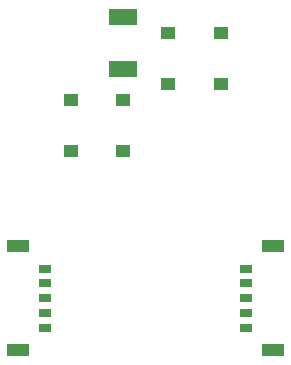
<source format=gbr>
G04 --- HEADER BEGIN --- *
G04 #@! TF.GenerationSoftware,LibrePCB,LibrePCB,1.1.0*
G04 #@! TF.CreationDate,2024-04-23T21:01:02*
G04 #@! TF.ProjectId,motherboard (Version 2),e7e7bca0-b6b9-4684-b626-93943a2f5169,version_2*
G04 #@! TF.Part,Single*
G04 #@! TF.SameCoordinates*
G04 #@! TF.FileFunction,Paste,Bot*
G04 #@! TF.FilePolarity,Positive*
%FSLAX66Y66*%
%MOMM*%
G01*
G75*
G04 --- HEADER END --- *
G04 --- APERTURE LIST BEGIN --- *
%ADD10R,1.216X1.016*%
%ADD11R,2.34X1.44*%
%ADD12R,1.89X1.04*%
%ADD13R,1.04X0.64*%
G04 --- APERTURE LIST END --- *
G04 --- BOARD BEGIN --- *
D10*
G04 #@! TO.C,D7*
X59055000Y44840000D03*
X59055000Y49140000D03*
D11*
G04 #@! TO.C,R3*
X50800000Y46060000D03*
X50800000Y50460000D03*
D10*
G04 #@! TO.C,D4*
X46355000Y39125000D03*
X46355000Y43425000D03*
D12*
G04 #@! TO.C,J1*
X63505000Y22270000D03*
D13*
X61210000Y24170000D03*
X61210000Y27920000D03*
X61210000Y29170000D03*
X61210000Y25420000D03*
D12*
X63505000Y31070000D03*
D13*
X61210000Y26670000D03*
D12*
G04 #@! TO.C,J2*
X41905000Y31070000D03*
D13*
X44200000Y29170000D03*
X44200000Y25420000D03*
X44200000Y24170000D03*
X44200000Y27920000D03*
D12*
X41905000Y22270000D03*
D13*
X44200000Y26670000D03*
D10*
G04 #@! TO.C,D3*
X50800000Y39125000D03*
X50800000Y43425000D03*
G04 #@! TO.C,D8*
X54610000Y44840000D03*
X54610000Y49140000D03*
G04 --- BOARD END --- *
G04 #@! TF.MD5,e77c9705f9c5c01a669f38dcb1c27978*
M02*

</source>
